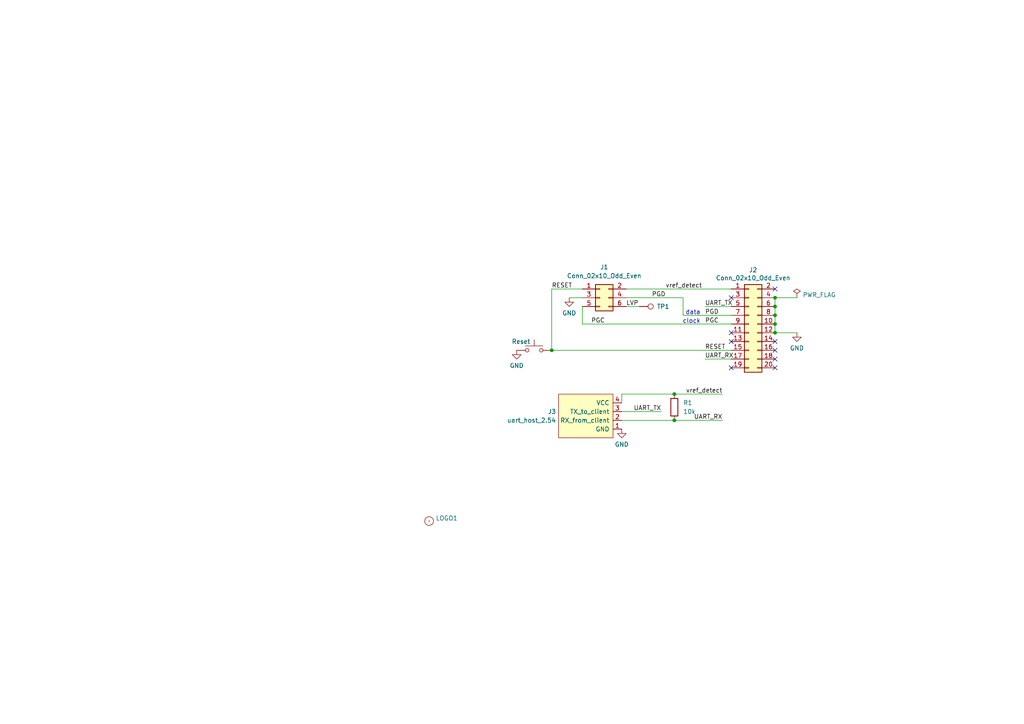
<source format=kicad_sch>
(kicad_sch (version 20211123) (generator eeschema)
  (paper "A4")
  (title_block (title "Breakout for JLink Base Compact") (date "2023-03-29") (rev "V. 1.0") (company "Jitter") (comment 1 "MvG"))
  (lib_symbols
    (symbol "Connector:TestPoint" (pin_numbers hide) (pin_names (offset 0.762) hide)
      (property "Reference" "TP" (at 0 6.858 0))
      (property "Value" "TestPoint" (at 0 5.08 0))
      (symbol "TestPoint_0_1"
        (circle (center 0 3.302) (radius 0.762))
      )
      (symbol "TestPoint_1_1"
        (pin passive line (at 0 0 90) (length 2.54) (name "1") (number "1"))
      )
    )
    (symbol "Connector_Generic:Conn_02x03_Odd_Even" (pin_names (offset 1.016) hide)
      (property "Reference" "J" (at 1.27 5.08 0))
      (property "Value" "Conn_02x03_Odd_Even" (at 1.27 -5.08 0))
      (symbol "Conn_02x03_Odd_Even_1_1"
        (rectangle (start -1.27 -2.413) (end 0 -2.667) (stroke (width 0.1524)))
        (rectangle (start -1.27 0.127) (end 0 -0.127) (stroke (width 0.1524)))
        (rectangle (start -1.27 2.667) (end 0 2.413) (stroke (width 0.1524)))
        (rectangle (start -1.27 3.81) (end 3.81 -3.81) (stroke (width 0.254)) (fill (type background)))
        (rectangle (start 3.81 -2.413) (end 2.54 -2.667) (stroke (width 0.1524)))
        (rectangle (start 3.81 0.127) (end 2.54 -0.127) (stroke (width 0.1524)))
        (rectangle (start 3.81 2.667) (end 2.54 2.413) (stroke (width 0.1524)))
        (pin passive line (at -5.08 2.54 0) (length 3.81) (name "Pin_1") (number "1"))
        (pin passive line (at 7.62 2.54 180) (length 3.81) (name "Pin_2") (number "2"))
        (pin passive line (at -5.08 0 0) (length 3.81) (name "Pin_3") (number "3"))
        (pin passive line (at 7.62 0 180) (length 3.81) (name "Pin_4") (number "4"))
        (pin passive line (at -5.08 -2.54 0) (length 3.81) (name "Pin_5") (number "5"))
        (pin passive line (at 7.62 -2.54 180) (length 3.81) (name "Pin_6") (number "6"))
      )
    )
    (symbol "Connector_Generic:Conn_02x10_Odd_Even" (pin_names (offset 1.016) hide)
      (property "Reference" "J" (at 1.27 12.7 0))
      (property "Value" "Conn_02x10_Odd_Even" (at 1.27 -15.24 0))
      (symbol "Conn_02x10_Odd_Even_1_1"
        (rectangle (start -1.27 -12.573) (end 0 -12.827) (stroke (width 0.1524)))
        (rectangle (start -1.27 -10.033) (end 0 -10.287) (stroke (width 0.1524)))
        (rectangle (start -1.27 -7.493) (end 0 -7.747) (stroke (width 0.1524)))
        (rectangle (start -1.27 -4.953) (end 0 -5.207) (stroke (width 0.1524)))
        (rectangle (start -1.27 -2.413) (end 0 -2.667) (stroke (width 0.1524)))
        (rectangle (start -1.27 0.127) (end 0 -0.127) (stroke (width 0.1524)))
        (rectangle (start -1.27 2.667) (end 0 2.413) (stroke (width 0.1524)))
        (rectangle (start -1.27 5.207) (end 0 4.953) (stroke (width 0.1524)))
        (rectangle (start -1.27 7.747) (end 0 7.493) (stroke (width 0.1524)))
        (rectangle (start -1.27 10.287) (end 0 10.033) (stroke (width 0.1524)))
        (rectangle (start -1.27 11.43) (end 3.81 -13.97) (stroke (width 0.254)) (fill (type background)))
        (rectangle (start 3.81 -12.573) (end 2.54 -12.827) (stroke (width 0.1524)))
        (rectangle (start 3.81 -10.033) (end 2.54 -10.287) (stroke (width 0.1524)))
        (rectangle (start 3.81 -7.493) (end 2.54 -7.747) (stroke (width 0.1524)))
        (rectangle (start 3.81 -4.953) (end 2.54 -5.207) (stroke (width 0.1524)))
        (rectangle (start 3.81 -2.413) (end 2.54 -2.667) (stroke (width 0.1524)))
        (rectangle (start 3.81 0.127) (end 2.54 -0.127) (stroke (width 0.1524)))
        (rectangle (start 3.81 2.667) (end 2.54 2.413) (stroke (width 0.1524)))
        (rectangle (start 3.81 5.207) (end 2.54 4.953) (stroke (width 0.1524)))
        (rectangle (start 3.81 7.747) (end 2.54 7.493) (stroke (width 0.1524)))
        (rectangle (start 3.81 10.287) (end 2.54 10.033) (stroke (width 0.1524)))
        (pin passive line (at -5.08 10.16 0) (length 3.81) (name "Pin_1") (number "1"))
        (pin passive line (at 7.62 0 180) (length 3.81) (name "Pin_10") (number "10"))
        (pin passive line (at -5.08 -2.54 0) (length 3.81) (name "Pin_11") (number "11"))
        (pin passive line (at 7.62 -2.54 180) (length 3.81) (name "Pin_12") (number "12"))
        (pin passive line (at -5.08 -5.08 0) (length 3.81) (name "Pin_13") (number "13"))
        (pin passive line (at 7.62 -5.08 180) (length 3.81) (name "Pin_14") (number "14"))
        (pin passive line (at -5.08 -7.62 0) (length 3.81) (name "Pin_15") (number "15"))
        (pin passive line (at 7.62 -7.62 180) (length 3.81) (name "Pin_16") (number "16"))
        (pin passive line (at -5.08 -10.16 0) (length 3.81) (name "Pin_17") (number "17"))
        (pin passive line (at 7.62 -10.16 180) (length 3.81) (name "Pin_18") (number "18"))
        (pin passive line (at -5.08 -12.7 0) (length 3.81) (name "Pin_19") (number "19"))
        (pin passive line (at 7.62 10.16 180) (length 3.81) (name "Pin_2") (number "2"))
        (pin passive line (at 7.62 -12.7 180) (length 3.81) (name "Pin_20") (number "20"))
        (pin passive line (at -5.08 7.62 0) (length 3.81) (name "Pin_3") (number "3"))
        (pin passive line (at 7.62 7.62 180) (length 3.81) (name "Pin_4") (number "4"))
        (pin passive line (at -5.08 5.08 0) (length 3.81) (name "Pin_5") (number "5"))
        (pin passive line (at 7.62 5.08 180) (length 3.81) (name "Pin_6") (number "6"))
        (pin passive line (at -5.08 2.54 0) (length 3.81) (name "Pin_7") (number "7"))
        (pin passive line (at 7.62 2.54 180) (length 3.81) (name "Pin_8") (number "8"))
        (pin passive line (at -5.08 0 0) (length 3.81) (name "Pin_9") (number "9"))
      )
    )
    (symbol "Device:R" (pin_numbers hide) (pin_names (offset 0))
      (property "Reference" "R" (at 2.032 0 90))
      (property "Value" "R" (at 0 0 90))
      (symbol "R_0_1"
        (rectangle (start -1.016 -2.54) (end 1.016 2.54) (stroke (width 0.254)))
      )
      (symbol "R_1_1"
        (pin passive line (at 0 3.81 270) (length 1.27) (name "~") (number "1"))
        (pin passive line (at 0 -3.81 90) (length 1.27) (name "~") (number "2"))
      )
    )
    (symbol "Jitter_Components:LOGO" (pin_names (offset 1.016))
      (property "Reference" "LOGO" (at 0 -2.54 0))
      (property "Value" "LOGO" (at 0 2.54 0))
      (symbol "LOGO_0_1"
        (circle (center 0 0) (radius 0.0001))
        (circle (center 0 0) (radius 1.27))
      )
    )
    (symbol "Jitter_Components:uart_host_2.54" (pin_names (offset 1.016))
      (property "Reference" "J" (at 1.27 16.51 0))
      (property "Value" "uart_host_2.54" (at 7.62 13.97 0))
      (symbol "uart_host_2.54_0_1"
        (rectangle (start 0 12.7) (end 15.748 0) (fill (type background)))
      )
      (symbol "uart_host_2.54_1_1"
        (pin passive line (at -2.54 2.54 0) (length 2.54) (name "GND") (number "1"))
        (pin input line (at -2.54 5.08 0) (length 2.54) (name "RX_from_client") (number "2"))
        (pin output line (at -2.54 7.62 0) (length 2.54) (name "TX_to_client") (number "3"))
        (pin passive line (at -2.54 10.16 0) (length 2.54) (name "VCC") (number "4"))
      )
    )
    (symbol "Switch:SW_Push" (pin_numbers hide) (pin_names (offset 1.016) hide)
      (property "Reference" "SW" (at 1.27 2.54 0))
      (property "Value" "SW_Push" (at 0 -1.524 0))
      (symbol "SW_Push_0_1"
        (circle (center -2.032 0) (radius 0.508))
        (polyline (pts (xy 0 1.27) (xy 0 3.048)))
        (polyline (pts (xy 2.54 1.27) (xy -2.54 1.27)))
        (circle (center 2.032 0) (radius 0.508))
        (pin passive line (at -5.08 0 0) (length 2.54) (name "1") (number "1"))
        (pin passive line (at 5.08 0 180) (length 2.54) (name "2") (number "2"))
      )
    )
    (symbol "power:GND" (power) (pin_names (offset 0))
      (property "Value" "GND" (at 0 -3.81 0))
      (symbol "GND_0_1"
        (polyline (pts (xy 0 0) (xy 0 -1.27) (xy 1.27 -1.27) (xy 0 -2.54) (xy -1.27 -1.27) (xy 0 -1.27)))
      )
      (symbol "GND_1_1"
        (pin power_in line (at 0 0 270) (length 0) hide (name "GND") (number "1"))
      )
    )
    (symbol "power:PWR_FLAG" (power) (pin_numbers hide) (pin_names (offset 0) hide)
      (property "Value" "PWR_FLAG" (at 0 3.81 0))
      (symbol "PWR_FLAG_0_0"
        (pin power_out line (at 0 0 90) (length 0) (name "pwr") (number "1"))
      )
      (symbol "PWR_FLAG_0_1"
        (polyline (pts (xy 0 0) (xy 0 1.27) (xy -1.016 1.905) (xy 0 2.54) (xy 1.016 1.905) (xy 0 1.27)))
      )
    )
  )
  (junction (at 160.02 101.6))
  (junction (at 224.79 88.9))
  (junction (at 224.79 96.52))
  (junction (at 224.79 93.98))
  (junction (at 195.58 114.3))
  (junction (at 195.58 121.92))
  (junction (at 224.79 86.36))
  (junction (at 224.79 91.44))
  (no_connect (at 224.79 99.06))
  (no_connect (at 212.09 96.52))
  (no_connect (at 224.79 83.82))
  (no_connect (at 212.09 106.68))
  (no_connect (at 224.79 104.14))
  (no_connect (at 212.09 99.06))
  (no_connect (at 212.09 86.36))
  (no_connect (at 224.79 101.6))
  (no_connect (at 224.79 106.68))
  (wire (pts (xy 160.02 83.82) (xy 168.91 83.82)))
  (wire (pts (xy 224.79 93.98) (xy 224.79 96.52)))
  (wire (pts (xy 168.91 93.98) (xy 168.91 88.9)))
  (wire (pts (xy 224.79 86.36) (xy 224.79 88.9)))
  (wire (pts (xy 224.79 96.52) (xy 231.14 96.52)))
  (wire (pts (xy 181.61 86.36) (xy 198.12 86.36)))
  (wire (pts (xy 224.79 86.36) (xy 231.14 86.36)))
  (wire (pts (xy 204.47 88.9) (xy 212.09 88.9)))
  (wire (pts (xy 160.02 101.6) (xy 212.09 101.6)))
  (wire (pts (xy 209.55 114.3) (xy 195.58 114.3)))
  (wire (pts (xy 198.12 91.44) (xy 198.12 86.36)))
  (wire (pts (xy 224.79 91.44) (xy 224.79 93.98)))
  (wire (pts (xy 195.58 121.92) (xy 209.55 121.92)))
  (wire (pts (xy 180.34 119.38) (xy 191.77 119.38)))
  (wire (pts (xy 195.58 114.3) (xy 180.34 114.3)))
  (wire (pts (xy 204.47 104.14) (xy 212.09 104.14)))
  (wire (pts (xy 165.1 86.36) (xy 168.91 86.36)))
  (wire (pts (xy 224.79 88.9) (xy 224.79 91.44)))
  (wire (pts (xy 168.91 93.98) (xy 212.09 93.98)))
  (wire (pts (xy 160.02 101.6) (xy 160.02 83.82)))
  (wire (pts (xy 181.61 83.82) (xy 212.09 83.82)))
  (wire (pts (xy 195.58 121.92) (xy 180.34 121.92)))
  (wire (pts (xy 180.34 114.3) (xy 180.34 116.84)))
  (wire (pts (xy 198.12 91.44) (xy 212.09 91.44)))
  (wire (pts (xy 181.61 88.9) (xy 185.42 88.9)))
  (text "clock" (at 203.2 93.98 180) (effects (font (size 1.27 1.27)) (justify right bottom)))
  (text "data" (at 203.2 91.44 180) (effects (font (size 1.27 1.27)) (justify right bottom)))
  (label "RESET" (at 160.02 83.82 0))
  (label "UART_TX" (at 204.47 88.9 0))
  (label "PGC" (at 171.45 93.98 0))
  (label "UART_RX" (at 209.55 121.92 180))
  (label "RESET" (at 204.47 101.6 0))
  (label "LVP" (at 181.61 88.9 0))
  (label "PGD" (at 193.04 86.36 180))
  (label "PGD" (at 204.47 91.44 0))
  (label "vref_detect" (at 209.55 114.3 180))
  (label "vref_detect" (at 193.04 83.82 0))
  (label "UART_RX" (at 204.47 104.14 0))
  (label "UART_TX" (at 191.77 119.38 180))
  (label "PGC" (at 204.47 93.98 0))
  (symbol (lib_id "Connector_Generic:Conn_02x10_Odd_Even") (at 217.17 93.98 0) (unit 1)
    (property "Reference" "J2" (at 218.44 78.3082 0))
    (property "Value" "Conn_02x10_Odd_Even" (at 218.44 80.6196 0))
    (property "Footprint" "Jitter_Connectors:JLink_PinHeader_2x10_2.54_Horizontal" (effects hide))
  )
  (symbol (lib_id "power:GND") (at 165.1 86.36 0) (unit 1)
    (property "Reference" "#PWR0103" (effects hide))
    (property "Value" "GND" (at 165.1 90.8034 0))
  )
  (symbol (lib_id "Jitter_Components:uart_host_2.54") (at 177.8 127 0) (mirror y) (unit 1)
    (property "Reference" "J3" (at 161.29 119.3799 0) (effects (justify left)))
    (property "Value" "uart_host_2.54" (at 161.29 121.9199 0) (effects (justify left)))
    (property "Footprint" "Connector_PinHeader_2.54mm:PinHeader_1x04_P2.54mm_Vertical" (effects hide))
  )
  (symbol (lib_id "Connector:TestPoint") (at 185.42 88.9 270) (unit 1)
    (property "Reference" "TP1" (at 190.5 88.9 90) (effects (justify left)))
    (property "Value" "DNI" (effects hide))
    (property "Footprint" "TestPoint:TestPoint_THTPad_D1.0mm_Drill0.5mm" (effects hide))
  )
  (symbol (lib_id "power:GND") (at 180.34 124.46 0) (mirror y) (unit 1)
    (property "Reference" "#PWR0104" (effects hide))
    (property "Value" "GND" (at 180.34 128.9034 0))
  )
  (symbol (lib_id "Connector_Generic:Conn_02x03_Odd_Even") (at 173.99 86.36 0) (unit 1)
    (property "Reference" "J1" (at 175.26 77.47 0))
    (property "Value" "Conn_02x10_Odd_Even" (at 175.26 80.01 0))
    (property "Footprint" "Connector_IDC:IDC-Header_2x03_P2.54mm_Vertical" (effects hide))
    (property "MPN" "BHR-06-VUA" (effects hide))
  )
  (symbol (lib_id "power:GND") (at 231.14 96.52 0) (unit 1)
    (property "Reference" "#PWR0101" (effects hide))
    (property "Value" "GND" (at 231.14 100.9634 0))
  )
  (symbol (lib_id "Switch:SW_Push") (at 154.94 101.6 0) (unit 1)
    (property "Reference" "SW1" (effects hide))
    (property "Value" "Reset" (at 151.13 99.06 0))
    (property "Footprint" "Button_Switch_SMD:SW_SPST_EVQPE1" (effects hide))
  )
  (symbol (lib_id "power:PWR_FLAG") (at 231.14 86.36 0) (unit 1)
    (property "Reference" "#FLG0103" (effects hide))
    (property "Value" "PWR_FLAG" (at 232.791 85.5238 0) (effects (justify left)))
  )
  (symbol (lib_id "Jitter_Components:LOGO") (at 124.46 151.13 0) (unit 1)
    (property "Reference" "LOGO1" (at 126.365 150.2953 0) (effects (justify left)))
    (property "Value" "LOGO" (effects hide))
    (property "Footprint" "Jitter_Logos:JitterLogo" (effects hide))
    (property "DNI" "1" (effects hide))
  )
  (symbol (lib_id "Device:R") (at 195.58 118.11 0) (unit 1)
    (property "Reference" "R1" (at 198.12 116.8399 0) (effects (justify left)))
    (property "Value" "10k" (at 198.12 119.3799 0) (effects (justify left)))
    (property "Footprint" "Resistor_SMD:R_0603_1608Metric" (effects hide))
  )
  (symbol (lib_id "power:GND") (at 149.86 101.6 0) (unit 1)
    (property "Reference" "#PWR0102" (effects hide))
    (property "Value" "GND" (at 149.86 106.0434 0))
  )
)
</source>
